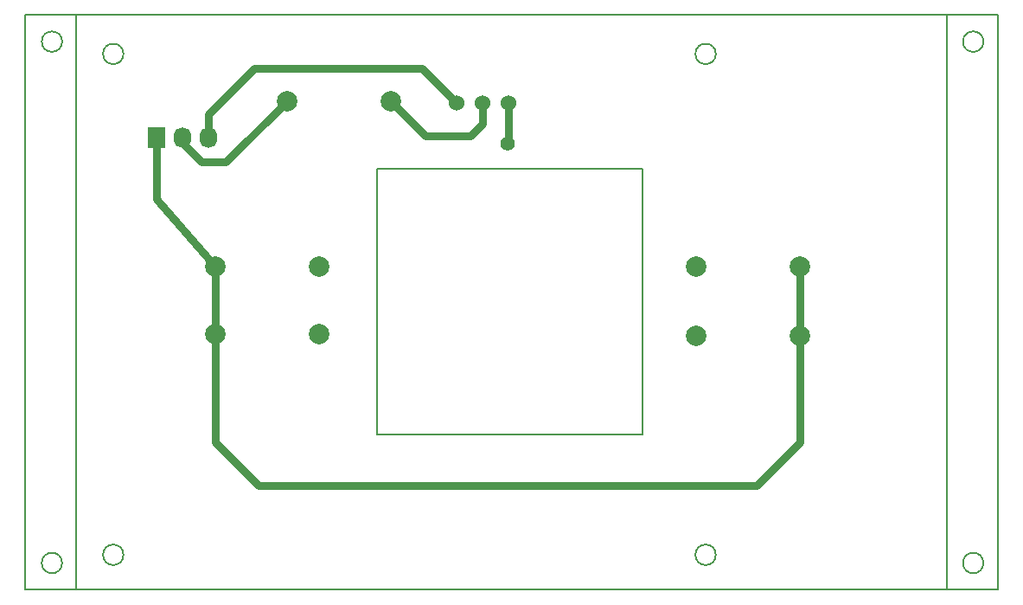
<source format=gbr>
G04 #@! TF.FileFunction,Copper,L2,Bot,Signal*
%FSLAX46Y46*%
G04 Gerber Fmt 4.6, Leading zero omitted, Abs format (unit mm)*
G04 Created by KiCad (PCBNEW 4.0.1-stable) date 2016 April 13, Wednesday 16:02:32*
%MOMM*%
G01*
G04 APERTURE LIST*
%ADD10C,0.100000*%
%ADD11C,0.200000*%
%ADD12R,1.727200X2.032000*%
%ADD13O,1.727200X2.032000*%
%ADD14C,1.524000*%
%ADD15C,1.998980*%
%ADD16C,1.400000*%
%ADD17C,0.800000*%
G04 APERTURE END LIST*
D10*
D11*
X148400000Y-75200000D02*
X122400000Y-75200000D01*
X148400000Y-101200000D02*
X148400000Y-75200000D01*
X122400000Y-101200000D02*
X148400000Y-101200000D01*
X122400000Y-75200000D02*
X122400000Y-101200000D01*
X91600000Y-113800000D02*
G75*
G03X91600000Y-113800000I-1000000J0D01*
G01*
X91600000Y-62800000D02*
G75*
G03X91600000Y-62800000I-1000000J0D01*
G01*
X181800000Y-113800000D02*
G75*
G03X181800000Y-113800000I-1000000J0D01*
G01*
X88000000Y-116400000D02*
X93000000Y-116400000D01*
X88000000Y-60200000D02*
X88000000Y-116400000D01*
X93000000Y-60200000D02*
X88000000Y-60200000D01*
X183200000Y-116400000D02*
X178000000Y-116400000D01*
X183200000Y-60200000D02*
X183200000Y-116400000D01*
X178200000Y-60200000D02*
X183200000Y-60200000D01*
X181800000Y-62800000D02*
G75*
G03X181800000Y-62800000I-1000000J0D01*
G01*
X155600000Y-64000000D02*
G75*
G03X155600000Y-64000000I-1000000J0D01*
G01*
X155600000Y-113000000D02*
G75*
G03X155600000Y-113000000I-1000000J0D01*
G01*
X97600000Y-113000000D02*
G75*
G03X97600000Y-113000000I-1000000J0D01*
G01*
X97600000Y-64000000D02*
G75*
G03X97600000Y-64000000I-1000000J0D01*
G01*
X93000000Y-60200000D02*
X93000000Y-61000000D01*
X178200000Y-60200000D02*
X93000000Y-60200000D01*
X178200000Y-116400000D02*
X178200000Y-60200000D01*
X93000000Y-116400000D02*
X178200000Y-116400000D01*
X93000000Y-60800000D02*
X93000000Y-116400000D01*
D12*
X100800000Y-72200000D03*
D13*
X103340000Y-72200000D03*
X105880000Y-72200000D03*
D14*
X132740000Y-68800000D03*
X135280000Y-68800000D03*
X130200000Y-68800000D03*
D15*
X106600000Y-84800000D03*
X116760000Y-84800000D03*
X106600000Y-91400000D03*
X116760000Y-91400000D03*
X163800000Y-84800000D03*
X153640000Y-84800000D03*
X163800000Y-91600000D03*
X153640000Y-91600000D03*
X123800000Y-68600000D03*
X113640000Y-68600000D03*
D16*
X135200000Y-72800000D03*
D17*
X135280000Y-68800000D02*
X135280000Y-72720000D01*
X135280000Y-72720000D02*
X135200000Y-72800000D01*
X163800000Y-84800000D02*
X163800000Y-91600000D01*
X100800000Y-72200000D02*
X100800000Y-78200000D01*
X100800000Y-78200000D02*
X106600000Y-84800000D01*
X106600000Y-84800000D02*
X106600000Y-91400000D01*
X106600000Y-91400000D02*
X106600000Y-102000000D01*
X106600000Y-102000000D02*
X110800000Y-106200000D01*
X110800000Y-106200000D02*
X159600000Y-106200000D01*
X159600000Y-106200000D02*
X163800000Y-102000000D01*
X163800000Y-102000000D02*
X163800000Y-84800000D01*
X103340000Y-72200000D02*
X103340000Y-72740000D01*
X103340000Y-72740000D02*
X105200000Y-74600000D01*
X105200000Y-74600000D02*
X107640000Y-74600000D01*
X107640000Y-74600000D02*
X113640000Y-68600000D01*
X105880000Y-72200000D02*
X105880000Y-69920000D01*
X126800000Y-65400000D02*
X130200000Y-68800000D01*
X110400000Y-65400000D02*
X126800000Y-65400000D01*
X105880000Y-69920000D02*
X110400000Y-65400000D01*
X123800000Y-68600000D02*
X127200000Y-72000000D01*
X132740000Y-70860000D02*
X132740000Y-68800000D01*
X131600000Y-72000000D02*
X132740000Y-70860000D01*
X127200000Y-72000000D02*
X131600000Y-72000000D01*
M02*

</source>
